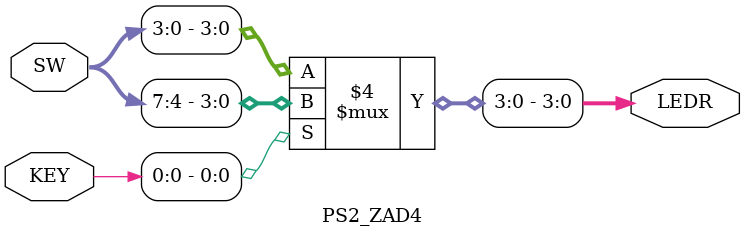
<source format=v>
module PS2_ZAD4
	(input [7:0] SW,
	input [1:0] KEY,
	output reg [7:0] LEDR);
	
	always @(*)
		if (!KEY[0]) 	LEDR[3:0] = SW[3:0];
		else	LEDR[3:0] = SW[7:4];	
endmodule

</source>
